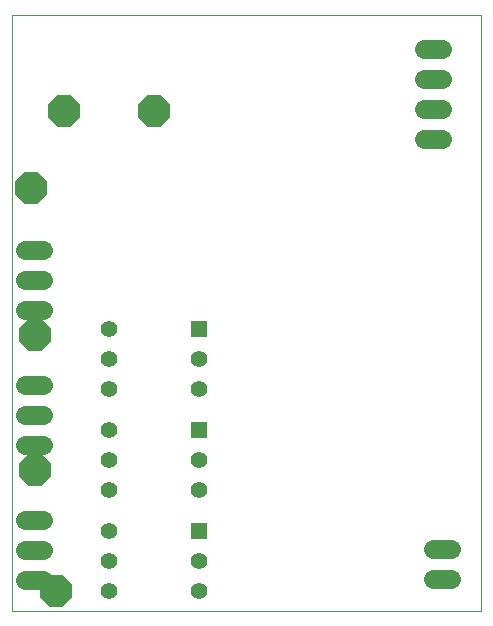
<source format=gbs>
G75*
G70*
%OFA0B0*%
%FSLAX24Y24*%
%IPPOS*%
%LPD*%
%AMOC8*
5,1,8,0,0,1.08239X$1,22.5*
%
%ADD10C,0.0000*%
%ADD11C,0.0634*%
%ADD12R,0.0560X0.0560*%
%ADD13C,0.0560*%
%ADD14C,0.0640*%
%ADD15OC8,0.1045*%
%ADD16OC8,0.1040*%
D10*
X001569Y001508D02*
X001569Y021380D01*
X017226Y021380D01*
X017226Y001508D01*
X001569Y001508D01*
D11*
X015316Y017238D02*
X015909Y017238D01*
X015909Y018238D02*
X015316Y018238D01*
X015316Y019238D02*
X015909Y019238D01*
X015909Y020238D02*
X015316Y020238D01*
X015603Y003575D02*
X016197Y003575D01*
X016197Y002575D02*
X015603Y002575D01*
D12*
X007800Y004175D03*
X007800Y007550D03*
X007800Y010925D03*
D13*
X007800Y009925D03*
X007800Y008925D03*
X007800Y006550D03*
X007800Y005550D03*
X007800Y003175D03*
X007800Y002175D03*
X004800Y002175D03*
X004800Y003175D03*
X004800Y004175D03*
X004800Y005550D03*
X004800Y006550D03*
X004800Y007550D03*
X004800Y008925D03*
X004800Y009925D03*
X004800Y010925D03*
D14*
X002600Y011550D02*
X002000Y011550D01*
X002000Y012550D02*
X002600Y012550D01*
X002600Y013550D02*
X002000Y013550D01*
X002000Y009050D02*
X002600Y009050D01*
X002600Y008050D02*
X002000Y008050D01*
X002000Y007050D02*
X002600Y007050D01*
X002600Y004550D02*
X002000Y004550D01*
X002000Y003550D02*
X002600Y003550D01*
X002600Y002550D02*
X002000Y002550D01*
D15*
X003038Y002163D03*
X002350Y006225D03*
X002350Y010725D03*
X002225Y015600D03*
D16*
X003300Y018175D03*
X006300Y018175D03*
M02*

</source>
